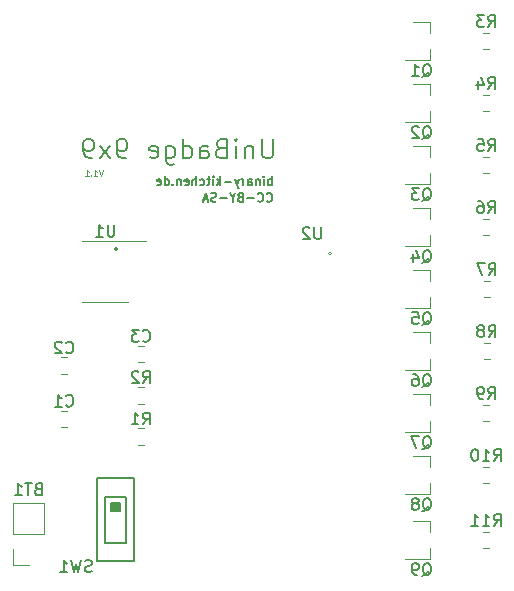
<source format=gbr>
%TF.GenerationSoftware,KiCad,Pcbnew,5.1.6*%
%TF.CreationDate,2020-08-15T15:01:39+02:00*%
%TF.ProjectId,UniBadge-9x9,556e6942-6164-4676-952d-3978392e6b69,rev?*%
%TF.SameCoordinates,Original*%
%TF.FileFunction,Legend,Bot*%
%TF.FilePolarity,Positive*%
%FSLAX46Y46*%
G04 Gerber Fmt 4.6, Leading zero omitted, Abs format (unit mm)*
G04 Created by KiCad (PCBNEW 5.1.6) date 2020-08-15 15:01:39*
%MOMM*%
%LPD*%
G01*
G04 APERTURE LIST*
%ADD10C,0.150000*%
%ADD11C,0.140000*%
%ADD12C,0.110000*%
%ADD13C,0.187500*%
%ADD14C,0.100000*%
%ADD15C,0.120000*%
G04 APERTURE END LIST*
D10*
X9541421Y-21600000D02*
G75*
G03*
X9541421Y-21600000I-141421J0D01*
G01*
D11*
X22153857Y-17539857D02*
X22189571Y-17575571D01*
X22296714Y-17611285D01*
X22368142Y-17611285D01*
X22475285Y-17575571D01*
X22546714Y-17504142D01*
X22582428Y-17432714D01*
X22618142Y-17289857D01*
X22618142Y-17182714D01*
X22582428Y-17039857D01*
X22546714Y-16968428D01*
X22475285Y-16897000D01*
X22368142Y-16861285D01*
X22296714Y-16861285D01*
X22189571Y-16897000D01*
X22153857Y-16932714D01*
X21403857Y-17539857D02*
X21439571Y-17575571D01*
X21546714Y-17611285D01*
X21618142Y-17611285D01*
X21725285Y-17575571D01*
X21796714Y-17504142D01*
X21832428Y-17432714D01*
X21868142Y-17289857D01*
X21868142Y-17182714D01*
X21832428Y-17039857D01*
X21796714Y-16968428D01*
X21725285Y-16897000D01*
X21618142Y-16861285D01*
X21546714Y-16861285D01*
X21439571Y-16897000D01*
X21403857Y-16932714D01*
X21082428Y-17325571D02*
X20511000Y-17325571D01*
X19903857Y-17218428D02*
X19796714Y-17254142D01*
X19761000Y-17289857D01*
X19725285Y-17361285D01*
X19725285Y-17468428D01*
X19761000Y-17539857D01*
X19796714Y-17575571D01*
X19868142Y-17611285D01*
X20153857Y-17611285D01*
X20153857Y-16861285D01*
X19903857Y-16861285D01*
X19832428Y-16897000D01*
X19796714Y-16932714D01*
X19761000Y-17004142D01*
X19761000Y-17075571D01*
X19796714Y-17147000D01*
X19832428Y-17182714D01*
X19903857Y-17218428D01*
X20153857Y-17218428D01*
X19261000Y-17254142D02*
X19261000Y-17611285D01*
X19511000Y-16861285D02*
X19261000Y-17254142D01*
X19011000Y-16861285D01*
X18761000Y-17325571D02*
X18189571Y-17325571D01*
X17868142Y-17575571D02*
X17761000Y-17611285D01*
X17582428Y-17611285D01*
X17511000Y-17575571D01*
X17475285Y-17539857D01*
X17439571Y-17468428D01*
X17439571Y-17397000D01*
X17475285Y-17325571D01*
X17511000Y-17289857D01*
X17582428Y-17254142D01*
X17725285Y-17218428D01*
X17796714Y-17182714D01*
X17832428Y-17147000D01*
X17868142Y-17075571D01*
X17868142Y-17004142D01*
X17832428Y-16932714D01*
X17796714Y-16897000D01*
X17725285Y-16861285D01*
X17546714Y-16861285D01*
X17439571Y-16897000D01*
X17153857Y-17397000D02*
X16796714Y-17397000D01*
X17225285Y-17611285D02*
X16975285Y-16861285D01*
X16725285Y-17611285D01*
X22582428Y-16214285D02*
X22582428Y-15464285D01*
X22582428Y-15750000D02*
X22511000Y-15714285D01*
X22368142Y-15714285D01*
X22296714Y-15750000D01*
X22261000Y-15785714D01*
X22225285Y-15857142D01*
X22225285Y-16071428D01*
X22261000Y-16142857D01*
X22296714Y-16178571D01*
X22368142Y-16214285D01*
X22511000Y-16214285D01*
X22582428Y-16178571D01*
X21903857Y-16214285D02*
X21903857Y-15714285D01*
X21903857Y-15464285D02*
X21939571Y-15500000D01*
X21903857Y-15535714D01*
X21868142Y-15500000D01*
X21903857Y-15464285D01*
X21903857Y-15535714D01*
X21546714Y-15714285D02*
X21546714Y-16214285D01*
X21546714Y-15785714D02*
X21511000Y-15750000D01*
X21439571Y-15714285D01*
X21332428Y-15714285D01*
X21261000Y-15750000D01*
X21225285Y-15821428D01*
X21225285Y-16214285D01*
X20546714Y-16214285D02*
X20546714Y-15821428D01*
X20582428Y-15750000D01*
X20653857Y-15714285D01*
X20796714Y-15714285D01*
X20868142Y-15750000D01*
X20546714Y-16178571D02*
X20618142Y-16214285D01*
X20796714Y-16214285D01*
X20868142Y-16178571D01*
X20903857Y-16107142D01*
X20903857Y-16035714D01*
X20868142Y-15964285D01*
X20796714Y-15928571D01*
X20618142Y-15928571D01*
X20546714Y-15892857D01*
X20189571Y-16214285D02*
X20189571Y-15714285D01*
X20189571Y-15857142D02*
X20153857Y-15785714D01*
X20118142Y-15750000D01*
X20046714Y-15714285D01*
X19975285Y-15714285D01*
X19796714Y-15714285D02*
X19618142Y-16214285D01*
X19439571Y-15714285D02*
X19618142Y-16214285D01*
X19689571Y-16392857D01*
X19725285Y-16428571D01*
X19796714Y-16464285D01*
X19153857Y-15928571D02*
X18582428Y-15928571D01*
X18225285Y-16214285D02*
X18225285Y-15464285D01*
X18153857Y-15928571D02*
X17939571Y-16214285D01*
X17939571Y-15714285D02*
X18225285Y-16000000D01*
X17618142Y-16214285D02*
X17618142Y-15714285D01*
X17618142Y-15464285D02*
X17653857Y-15500000D01*
X17618142Y-15535714D01*
X17582428Y-15500000D01*
X17618142Y-15464285D01*
X17618142Y-15535714D01*
X17368142Y-15714285D02*
X17082428Y-15714285D01*
X17261000Y-15464285D02*
X17261000Y-16107142D01*
X17225285Y-16178571D01*
X17153857Y-16214285D01*
X17082428Y-16214285D01*
X16511000Y-16178571D02*
X16582428Y-16214285D01*
X16725285Y-16214285D01*
X16796714Y-16178571D01*
X16832428Y-16142857D01*
X16868142Y-16071428D01*
X16868142Y-15857142D01*
X16832428Y-15785714D01*
X16796714Y-15750000D01*
X16725285Y-15714285D01*
X16582428Y-15714285D01*
X16511000Y-15750000D01*
X16189571Y-16214285D02*
X16189571Y-15464285D01*
X15868142Y-16214285D02*
X15868142Y-15821428D01*
X15903857Y-15750000D01*
X15975285Y-15714285D01*
X16082428Y-15714285D01*
X16153857Y-15750000D01*
X16189571Y-15785714D01*
X15225285Y-16178571D02*
X15296714Y-16214285D01*
X15439571Y-16214285D01*
X15511000Y-16178571D01*
X15546714Y-16107142D01*
X15546714Y-15821428D01*
X15511000Y-15750000D01*
X15439571Y-15714285D01*
X15296714Y-15714285D01*
X15225285Y-15750000D01*
X15189571Y-15821428D01*
X15189571Y-15892857D01*
X15546714Y-15964285D01*
X14868142Y-15714285D02*
X14868142Y-16214285D01*
X14868142Y-15785714D02*
X14832428Y-15750000D01*
X14761000Y-15714285D01*
X14653857Y-15714285D01*
X14582428Y-15750000D01*
X14546714Y-15821428D01*
X14546714Y-16214285D01*
X14189571Y-16142857D02*
X14153857Y-16178571D01*
X14189571Y-16214285D01*
X14225285Y-16178571D01*
X14189571Y-16142857D01*
X14189571Y-16214285D01*
X13511000Y-16214285D02*
X13511000Y-15464285D01*
X13511000Y-16178571D02*
X13582428Y-16214285D01*
X13725285Y-16214285D01*
X13796714Y-16178571D01*
X13832428Y-16142857D01*
X13868142Y-16071428D01*
X13868142Y-15857142D01*
X13832428Y-15785714D01*
X13796714Y-15750000D01*
X13725285Y-15714285D01*
X13582428Y-15714285D01*
X13511000Y-15750000D01*
X12868142Y-16178571D02*
X12939571Y-16214285D01*
X13082428Y-16214285D01*
X13153857Y-16178571D01*
X13189571Y-16107142D01*
X13189571Y-15821428D01*
X13153857Y-15750000D01*
X13082428Y-15714285D01*
X12939571Y-15714285D01*
X12868142Y-15750000D01*
X12832428Y-15821428D01*
X12832428Y-15892857D01*
X13189571Y-15964285D01*
D12*
X8261904Y-14926190D02*
X8095238Y-15426190D01*
X7928571Y-14926190D01*
X7500000Y-15426190D02*
X7785714Y-15426190D01*
X7642857Y-15426190D02*
X7642857Y-14926190D01*
X7690476Y-14997619D01*
X7738095Y-15045238D01*
X7785714Y-15069047D01*
X7285714Y-15378571D02*
X7261904Y-15402380D01*
X7285714Y-15426190D01*
X7309523Y-15402380D01*
X7285714Y-15378571D01*
X7285714Y-15426190D01*
X6785714Y-15426190D02*
X7071428Y-15426190D01*
X6928571Y-15426190D02*
X6928571Y-14926190D01*
X6976190Y-14997619D01*
X7023809Y-15045238D01*
X7071428Y-15069047D01*
D13*
X22697172Y-12331809D02*
X22697172Y-13627047D01*
X22620982Y-13779428D01*
X22544791Y-13855619D01*
X22392410Y-13931809D01*
X22087648Y-13931809D01*
X21935267Y-13855619D01*
X21859077Y-13779428D01*
X21782886Y-13627047D01*
X21782886Y-12331809D01*
X21020982Y-12865142D02*
X21020982Y-13931809D01*
X21020982Y-13017523D02*
X20944791Y-12941333D01*
X20792410Y-12865142D01*
X20563839Y-12865142D01*
X20411458Y-12941333D01*
X20335267Y-13093714D01*
X20335267Y-13931809D01*
X19573363Y-13931809D02*
X19573363Y-12865142D01*
X19573363Y-12331809D02*
X19649553Y-12408000D01*
X19573363Y-12484190D01*
X19497172Y-12408000D01*
X19573363Y-12331809D01*
X19573363Y-12484190D01*
X18278125Y-13093714D02*
X18049553Y-13169904D01*
X17973363Y-13246095D01*
X17897172Y-13398476D01*
X17897172Y-13627047D01*
X17973363Y-13779428D01*
X18049553Y-13855619D01*
X18201934Y-13931809D01*
X18811458Y-13931809D01*
X18811458Y-12331809D01*
X18278125Y-12331809D01*
X18125744Y-12408000D01*
X18049553Y-12484190D01*
X17973363Y-12636571D01*
X17973363Y-12788952D01*
X18049553Y-12941333D01*
X18125744Y-13017523D01*
X18278125Y-13093714D01*
X18811458Y-13093714D01*
X16525744Y-13931809D02*
X16525744Y-13093714D01*
X16601934Y-12941333D01*
X16754315Y-12865142D01*
X17059077Y-12865142D01*
X17211458Y-12941333D01*
X16525744Y-13855619D02*
X16678125Y-13931809D01*
X17059077Y-13931809D01*
X17211458Y-13855619D01*
X17287648Y-13703238D01*
X17287648Y-13550857D01*
X17211458Y-13398476D01*
X17059077Y-13322285D01*
X16678125Y-13322285D01*
X16525744Y-13246095D01*
X15078125Y-13931809D02*
X15078125Y-12331809D01*
X15078125Y-13855619D02*
X15230505Y-13931809D01*
X15535267Y-13931809D01*
X15687648Y-13855619D01*
X15763839Y-13779428D01*
X15840029Y-13627047D01*
X15840029Y-13169904D01*
X15763839Y-13017523D01*
X15687648Y-12941333D01*
X15535267Y-12865142D01*
X15230505Y-12865142D01*
X15078125Y-12941333D01*
X13630505Y-12865142D02*
X13630505Y-14160380D01*
X13706696Y-14312761D01*
X13782886Y-14388952D01*
X13935267Y-14465142D01*
X14163839Y-14465142D01*
X14316220Y-14388952D01*
X13630505Y-13855619D02*
X13782886Y-13931809D01*
X14087648Y-13931809D01*
X14240029Y-13855619D01*
X14316220Y-13779428D01*
X14392410Y-13627047D01*
X14392410Y-13169904D01*
X14316220Y-13017523D01*
X14240029Y-12941333D01*
X14087648Y-12865142D01*
X13782886Y-12865142D01*
X13630505Y-12941333D01*
X12259077Y-13855619D02*
X12411458Y-13931809D01*
X12716220Y-13931809D01*
X12868601Y-13855619D01*
X12944791Y-13703238D01*
X12944791Y-13093714D01*
X12868601Y-12941333D01*
X12716220Y-12865142D01*
X12411458Y-12865142D01*
X12259077Y-12941333D01*
X12182886Y-13093714D01*
X12182886Y-13246095D01*
X12944791Y-13398476D01*
X10201934Y-13931809D02*
X9897172Y-13931809D01*
X9744791Y-13855619D01*
X9668601Y-13779428D01*
X9516220Y-13550857D01*
X9440029Y-13246095D01*
X9440029Y-12636571D01*
X9516220Y-12484190D01*
X9592410Y-12408000D01*
X9744791Y-12331809D01*
X10049553Y-12331809D01*
X10201934Y-12408000D01*
X10278125Y-12484190D01*
X10354315Y-12636571D01*
X10354315Y-13017523D01*
X10278125Y-13169904D01*
X10201934Y-13246095D01*
X10049553Y-13322285D01*
X9744791Y-13322285D01*
X9592410Y-13246095D01*
X9516220Y-13169904D01*
X9440029Y-13017523D01*
X8906696Y-13931809D02*
X8068601Y-12865142D01*
X8906696Y-12865142D02*
X8068601Y-13931809D01*
X7382886Y-13931809D02*
X7078125Y-13931809D01*
X6925744Y-13855619D01*
X6849553Y-13779428D01*
X6697172Y-13550857D01*
X6620982Y-13246095D01*
X6620982Y-12636571D01*
X6697172Y-12484190D01*
X6773363Y-12408000D01*
X6925744Y-12331809D01*
X7230505Y-12331809D01*
X7382886Y-12408000D01*
X7459077Y-12484190D01*
X7535267Y-12636571D01*
X7535267Y-13017523D01*
X7459077Y-13169904D01*
X7382886Y-13246095D01*
X7230505Y-13322285D01*
X6925744Y-13322285D01*
X6773363Y-13246095D01*
X6697172Y-13169904D01*
X6620982Y-13017523D01*
D14*
%TO.C,U2*%
X27641421Y-22000000D02*
G75*
G03*
X27641421Y-22000000I-141421J0D01*
G01*
D15*
%TO.C,U1*%
X8500000Y-26060000D02*
X6550000Y-26060000D01*
X8500000Y-26060000D02*
X10450000Y-26060000D01*
X8500000Y-20940000D02*
X6550000Y-20940000D01*
X8500000Y-20940000D02*
X11950000Y-20940000D01*
D10*
%TO.C,SW1*%
X10900000Y-41000000D02*
X7800000Y-41000000D01*
X7800000Y-41000000D02*
X7800000Y-48000000D01*
X7800000Y-48000000D02*
X10900000Y-48000000D01*
X10900000Y-48000000D02*
X10900000Y-41000000D01*
X8500000Y-42600000D02*
X10200000Y-42600000D01*
X10200000Y-42600000D02*
X10200000Y-46500000D01*
X10200000Y-46500000D02*
X8500000Y-46500000D01*
X8500000Y-46500000D02*
X8500000Y-42600000D01*
X9000000Y-43100000D02*
X9700000Y-43100000D01*
X9700000Y-43100000D02*
X9700000Y-43800000D01*
X9700000Y-43800000D02*
X9000000Y-43800000D01*
X9000000Y-43800000D02*
X9000000Y-43100000D01*
G36*
X9000000Y-43100000D02*
G01*
X9000000Y-43800000D01*
X9700000Y-43800000D01*
X9700000Y-43100000D01*
X9000000Y-43100000D01*
G37*
X9000000Y-43100000D02*
X9000000Y-43800000D01*
X9700000Y-43800000D01*
X9700000Y-43100000D01*
X9000000Y-43100000D01*
D15*
%TO.C,R11*%
X41011252Y-45540000D02*
X40488748Y-45540000D01*
X41011252Y-46960000D02*
X40488748Y-46960000D01*
%TO.C,R10*%
X41011252Y-40040000D02*
X40488748Y-40040000D01*
X41011252Y-41460000D02*
X40488748Y-41460000D01*
%TO.C,R9*%
X41011252Y-34790000D02*
X40488748Y-34790000D01*
X41011252Y-36210000D02*
X40488748Y-36210000D01*
%TO.C,R8*%
X41036252Y-29540000D02*
X40513748Y-29540000D01*
X41036252Y-30960000D02*
X40513748Y-30960000D01*
%TO.C,R7*%
X41036252Y-24290000D02*
X40513748Y-24290000D01*
X41036252Y-25710000D02*
X40513748Y-25710000D01*
%TO.C,R6*%
X41011252Y-19040000D02*
X40488748Y-19040000D01*
X41011252Y-20460000D02*
X40488748Y-20460000D01*
%TO.C,R5*%
X41011252Y-13790000D02*
X40488748Y-13790000D01*
X41011252Y-15210000D02*
X40488748Y-15210000D01*
%TO.C,R4*%
X40986252Y-8540000D02*
X40463748Y-8540000D01*
X40986252Y-9960000D02*
X40463748Y-9960000D01*
%TO.C,R3*%
X41011252Y-3290000D02*
X40488748Y-3290000D01*
X41011252Y-4710000D02*
X40488748Y-4710000D01*
%TO.C,R2*%
X11238748Y-34710000D02*
X11761252Y-34710000D01*
X11238748Y-33290000D02*
X11761252Y-33290000D01*
%TO.C,R1*%
X11761252Y-36790000D02*
X11238748Y-36790000D01*
X11761252Y-38210000D02*
X11238748Y-38210000D01*
%TO.C,Q9*%
X36010000Y-44670000D02*
X36010000Y-45600000D01*
X36010000Y-47830000D02*
X36010000Y-46900000D01*
X36010000Y-47830000D02*
X33850000Y-47830000D01*
X36010000Y-44670000D02*
X34550000Y-44670000D01*
%TO.C,Q8*%
X36010000Y-39170000D02*
X36010000Y-40100000D01*
X36010000Y-42330000D02*
X36010000Y-41400000D01*
X36010000Y-42330000D02*
X33850000Y-42330000D01*
X36010000Y-39170000D02*
X34550000Y-39170000D01*
%TO.C,Q7*%
X36010000Y-33920000D02*
X36010000Y-34850000D01*
X36010000Y-37080000D02*
X36010000Y-36150000D01*
X36010000Y-37080000D02*
X33850000Y-37080000D01*
X36010000Y-33920000D02*
X34550000Y-33920000D01*
%TO.C,Q6*%
X36010000Y-28670000D02*
X36010000Y-29600000D01*
X36010000Y-31830000D02*
X36010000Y-30900000D01*
X36010000Y-31830000D02*
X33850000Y-31830000D01*
X36010000Y-28670000D02*
X34550000Y-28670000D01*
%TO.C,Q5*%
X36010000Y-23420000D02*
X36010000Y-24350000D01*
X36010000Y-26580000D02*
X36010000Y-25650000D01*
X36010000Y-26580000D02*
X33850000Y-26580000D01*
X36010000Y-23420000D02*
X34550000Y-23420000D01*
%TO.C,Q4*%
X36010000Y-18170000D02*
X36010000Y-19100000D01*
X36010000Y-21330000D02*
X36010000Y-20400000D01*
X36010000Y-21330000D02*
X33850000Y-21330000D01*
X36010000Y-18170000D02*
X34550000Y-18170000D01*
%TO.C,Q3*%
X36010000Y-12920000D02*
X36010000Y-13850000D01*
X36010000Y-16080000D02*
X36010000Y-15150000D01*
X36010000Y-16080000D02*
X33850000Y-16080000D01*
X36010000Y-12920000D02*
X34550000Y-12920000D01*
%TO.C,Q2*%
X36010000Y-7670000D02*
X36010000Y-8600000D01*
X36010000Y-10830000D02*
X36010000Y-9900000D01*
X36010000Y-10830000D02*
X33850000Y-10830000D01*
X36010000Y-7670000D02*
X34550000Y-7670000D01*
%TO.C,Q1*%
X36010000Y-2420000D02*
X36010000Y-3350000D01*
X36010000Y-5580000D02*
X36010000Y-4650000D01*
X36010000Y-5580000D02*
X33850000Y-5580000D01*
X36010000Y-2420000D02*
X34550000Y-2420000D01*
%TO.C,C3*%
X11238748Y-31210000D02*
X11761252Y-31210000D01*
X11238748Y-29790000D02*
X11761252Y-29790000D01*
%TO.C,C2*%
X5261252Y-30790000D02*
X4738748Y-30790000D01*
X5261252Y-32210000D02*
X4738748Y-32210000D01*
%TO.C,C1*%
X4738748Y-36710000D02*
X5261252Y-36710000D01*
X4738748Y-35290000D02*
X5261252Y-35290000D01*
%TO.C,BT1*%
X670000Y-43130000D02*
X3330000Y-43130000D01*
X670000Y-45730000D02*
X670000Y-43130000D01*
X3330000Y-45730000D02*
X3330000Y-43130000D01*
X670000Y-45730000D02*
X3330000Y-45730000D01*
X670000Y-47000000D02*
X670000Y-48330000D01*
X670000Y-48330000D02*
X2000000Y-48330000D01*
%TO.C,U2*%
D10*
X26761904Y-19752380D02*
X26761904Y-20561904D01*
X26714285Y-20657142D01*
X26666666Y-20704761D01*
X26571428Y-20752380D01*
X26380952Y-20752380D01*
X26285714Y-20704761D01*
X26238095Y-20657142D01*
X26190476Y-20561904D01*
X26190476Y-19752380D01*
X25761904Y-19847619D02*
X25714285Y-19800000D01*
X25619047Y-19752380D01*
X25380952Y-19752380D01*
X25285714Y-19800000D01*
X25238095Y-19847619D01*
X25190476Y-19942857D01*
X25190476Y-20038095D01*
X25238095Y-20180952D01*
X25809523Y-20752380D01*
X25190476Y-20752380D01*
%TO.C,U1*%
X9261904Y-19552380D02*
X9261904Y-20361904D01*
X9214285Y-20457142D01*
X9166666Y-20504761D01*
X9071428Y-20552380D01*
X8880952Y-20552380D01*
X8785714Y-20504761D01*
X8738095Y-20457142D01*
X8690476Y-20361904D01*
X8690476Y-19552380D01*
X7690476Y-20552380D02*
X8261904Y-20552380D01*
X7976190Y-20552380D02*
X7976190Y-19552380D01*
X8071428Y-19695238D01*
X8166666Y-19790476D01*
X8261904Y-19838095D01*
%TO.C,SW1*%
X7333333Y-48904761D02*
X7190476Y-48952380D01*
X6952380Y-48952380D01*
X6857142Y-48904761D01*
X6809523Y-48857142D01*
X6761904Y-48761904D01*
X6761904Y-48666666D01*
X6809523Y-48571428D01*
X6857142Y-48523809D01*
X6952380Y-48476190D01*
X7142857Y-48428571D01*
X7238095Y-48380952D01*
X7285714Y-48333333D01*
X7333333Y-48238095D01*
X7333333Y-48142857D01*
X7285714Y-48047619D01*
X7238095Y-48000000D01*
X7142857Y-47952380D01*
X6904761Y-47952380D01*
X6761904Y-48000000D01*
X6428571Y-47952380D02*
X6190476Y-48952380D01*
X6000000Y-48238095D01*
X5809523Y-48952380D01*
X5571428Y-47952380D01*
X4666666Y-48952380D02*
X5238095Y-48952380D01*
X4952380Y-48952380D02*
X4952380Y-47952380D01*
X5047619Y-48095238D01*
X5142857Y-48190476D01*
X5238095Y-48238095D01*
%TO.C,R11*%
X41392857Y-45052380D02*
X41726190Y-44576190D01*
X41964285Y-45052380D02*
X41964285Y-44052380D01*
X41583333Y-44052380D01*
X41488095Y-44100000D01*
X41440476Y-44147619D01*
X41392857Y-44242857D01*
X41392857Y-44385714D01*
X41440476Y-44480952D01*
X41488095Y-44528571D01*
X41583333Y-44576190D01*
X41964285Y-44576190D01*
X40440476Y-45052380D02*
X41011904Y-45052380D01*
X40726190Y-45052380D02*
X40726190Y-44052380D01*
X40821428Y-44195238D01*
X40916666Y-44290476D01*
X41011904Y-44338095D01*
X39488095Y-45052380D02*
X40059523Y-45052380D01*
X39773809Y-45052380D02*
X39773809Y-44052380D01*
X39869047Y-44195238D01*
X39964285Y-44290476D01*
X40059523Y-44338095D01*
%TO.C,R10*%
X41392857Y-39552380D02*
X41726190Y-39076190D01*
X41964285Y-39552380D02*
X41964285Y-38552380D01*
X41583333Y-38552380D01*
X41488095Y-38600000D01*
X41440476Y-38647619D01*
X41392857Y-38742857D01*
X41392857Y-38885714D01*
X41440476Y-38980952D01*
X41488095Y-39028571D01*
X41583333Y-39076190D01*
X41964285Y-39076190D01*
X40440476Y-39552380D02*
X41011904Y-39552380D01*
X40726190Y-39552380D02*
X40726190Y-38552380D01*
X40821428Y-38695238D01*
X40916666Y-38790476D01*
X41011904Y-38838095D01*
X39821428Y-38552380D02*
X39726190Y-38552380D01*
X39630952Y-38600000D01*
X39583333Y-38647619D01*
X39535714Y-38742857D01*
X39488095Y-38933333D01*
X39488095Y-39171428D01*
X39535714Y-39361904D01*
X39583333Y-39457142D01*
X39630952Y-39504761D01*
X39726190Y-39552380D01*
X39821428Y-39552380D01*
X39916666Y-39504761D01*
X39964285Y-39457142D01*
X40011904Y-39361904D01*
X40059523Y-39171428D01*
X40059523Y-38933333D01*
X40011904Y-38742857D01*
X39964285Y-38647619D01*
X39916666Y-38600000D01*
X39821428Y-38552380D01*
%TO.C,R9*%
X40916666Y-34302380D02*
X41250000Y-33826190D01*
X41488095Y-34302380D02*
X41488095Y-33302380D01*
X41107142Y-33302380D01*
X41011904Y-33350000D01*
X40964285Y-33397619D01*
X40916666Y-33492857D01*
X40916666Y-33635714D01*
X40964285Y-33730952D01*
X41011904Y-33778571D01*
X41107142Y-33826190D01*
X41488095Y-33826190D01*
X40440476Y-34302380D02*
X40250000Y-34302380D01*
X40154761Y-34254761D01*
X40107142Y-34207142D01*
X40011904Y-34064285D01*
X39964285Y-33873809D01*
X39964285Y-33492857D01*
X40011904Y-33397619D01*
X40059523Y-33350000D01*
X40154761Y-33302380D01*
X40345238Y-33302380D01*
X40440476Y-33350000D01*
X40488095Y-33397619D01*
X40535714Y-33492857D01*
X40535714Y-33730952D01*
X40488095Y-33826190D01*
X40440476Y-33873809D01*
X40345238Y-33921428D01*
X40154761Y-33921428D01*
X40059523Y-33873809D01*
X40011904Y-33826190D01*
X39964285Y-33730952D01*
%TO.C,R8*%
X40941666Y-29052380D02*
X41275000Y-28576190D01*
X41513095Y-29052380D02*
X41513095Y-28052380D01*
X41132142Y-28052380D01*
X41036904Y-28100000D01*
X40989285Y-28147619D01*
X40941666Y-28242857D01*
X40941666Y-28385714D01*
X40989285Y-28480952D01*
X41036904Y-28528571D01*
X41132142Y-28576190D01*
X41513095Y-28576190D01*
X40370238Y-28480952D02*
X40465476Y-28433333D01*
X40513095Y-28385714D01*
X40560714Y-28290476D01*
X40560714Y-28242857D01*
X40513095Y-28147619D01*
X40465476Y-28100000D01*
X40370238Y-28052380D01*
X40179761Y-28052380D01*
X40084523Y-28100000D01*
X40036904Y-28147619D01*
X39989285Y-28242857D01*
X39989285Y-28290476D01*
X40036904Y-28385714D01*
X40084523Y-28433333D01*
X40179761Y-28480952D01*
X40370238Y-28480952D01*
X40465476Y-28528571D01*
X40513095Y-28576190D01*
X40560714Y-28671428D01*
X40560714Y-28861904D01*
X40513095Y-28957142D01*
X40465476Y-29004761D01*
X40370238Y-29052380D01*
X40179761Y-29052380D01*
X40084523Y-29004761D01*
X40036904Y-28957142D01*
X39989285Y-28861904D01*
X39989285Y-28671428D01*
X40036904Y-28576190D01*
X40084523Y-28528571D01*
X40179761Y-28480952D01*
%TO.C,R7*%
X40941666Y-23802380D02*
X41275000Y-23326190D01*
X41513095Y-23802380D02*
X41513095Y-22802380D01*
X41132142Y-22802380D01*
X41036904Y-22850000D01*
X40989285Y-22897619D01*
X40941666Y-22992857D01*
X40941666Y-23135714D01*
X40989285Y-23230952D01*
X41036904Y-23278571D01*
X41132142Y-23326190D01*
X41513095Y-23326190D01*
X40608333Y-22802380D02*
X39941666Y-22802380D01*
X40370238Y-23802380D01*
%TO.C,R6*%
X40916666Y-18552380D02*
X41250000Y-18076190D01*
X41488095Y-18552380D02*
X41488095Y-17552380D01*
X41107142Y-17552380D01*
X41011904Y-17600000D01*
X40964285Y-17647619D01*
X40916666Y-17742857D01*
X40916666Y-17885714D01*
X40964285Y-17980952D01*
X41011904Y-18028571D01*
X41107142Y-18076190D01*
X41488095Y-18076190D01*
X40059523Y-17552380D02*
X40250000Y-17552380D01*
X40345238Y-17600000D01*
X40392857Y-17647619D01*
X40488095Y-17790476D01*
X40535714Y-17980952D01*
X40535714Y-18361904D01*
X40488095Y-18457142D01*
X40440476Y-18504761D01*
X40345238Y-18552380D01*
X40154761Y-18552380D01*
X40059523Y-18504761D01*
X40011904Y-18457142D01*
X39964285Y-18361904D01*
X39964285Y-18123809D01*
X40011904Y-18028571D01*
X40059523Y-17980952D01*
X40154761Y-17933333D01*
X40345238Y-17933333D01*
X40440476Y-17980952D01*
X40488095Y-18028571D01*
X40535714Y-18123809D01*
%TO.C,R5*%
X40916666Y-13302380D02*
X41250000Y-12826190D01*
X41488095Y-13302380D02*
X41488095Y-12302380D01*
X41107142Y-12302380D01*
X41011904Y-12350000D01*
X40964285Y-12397619D01*
X40916666Y-12492857D01*
X40916666Y-12635714D01*
X40964285Y-12730952D01*
X41011904Y-12778571D01*
X41107142Y-12826190D01*
X41488095Y-12826190D01*
X40011904Y-12302380D02*
X40488095Y-12302380D01*
X40535714Y-12778571D01*
X40488095Y-12730952D01*
X40392857Y-12683333D01*
X40154761Y-12683333D01*
X40059523Y-12730952D01*
X40011904Y-12778571D01*
X39964285Y-12873809D01*
X39964285Y-13111904D01*
X40011904Y-13207142D01*
X40059523Y-13254761D01*
X40154761Y-13302380D01*
X40392857Y-13302380D01*
X40488095Y-13254761D01*
X40535714Y-13207142D01*
%TO.C,R4*%
X40891666Y-8052380D02*
X41225000Y-7576190D01*
X41463095Y-8052380D02*
X41463095Y-7052380D01*
X41082142Y-7052380D01*
X40986904Y-7100000D01*
X40939285Y-7147619D01*
X40891666Y-7242857D01*
X40891666Y-7385714D01*
X40939285Y-7480952D01*
X40986904Y-7528571D01*
X41082142Y-7576190D01*
X41463095Y-7576190D01*
X40034523Y-7385714D02*
X40034523Y-8052380D01*
X40272619Y-7004761D02*
X40510714Y-7719047D01*
X39891666Y-7719047D01*
%TO.C,R3*%
X40916666Y-2802380D02*
X41250000Y-2326190D01*
X41488095Y-2802380D02*
X41488095Y-1802380D01*
X41107142Y-1802380D01*
X41011904Y-1850000D01*
X40964285Y-1897619D01*
X40916666Y-1992857D01*
X40916666Y-2135714D01*
X40964285Y-2230952D01*
X41011904Y-2278571D01*
X41107142Y-2326190D01*
X41488095Y-2326190D01*
X40583333Y-1802380D02*
X39964285Y-1802380D01*
X40297619Y-2183333D01*
X40154761Y-2183333D01*
X40059523Y-2230952D01*
X40011904Y-2278571D01*
X39964285Y-2373809D01*
X39964285Y-2611904D01*
X40011904Y-2707142D01*
X40059523Y-2754761D01*
X40154761Y-2802380D01*
X40440476Y-2802380D01*
X40535714Y-2754761D01*
X40583333Y-2707142D01*
%TO.C,R2*%
X11666666Y-32952380D02*
X12000000Y-32476190D01*
X12238095Y-32952380D02*
X12238095Y-31952380D01*
X11857142Y-31952380D01*
X11761904Y-32000000D01*
X11714285Y-32047619D01*
X11666666Y-32142857D01*
X11666666Y-32285714D01*
X11714285Y-32380952D01*
X11761904Y-32428571D01*
X11857142Y-32476190D01*
X12238095Y-32476190D01*
X11285714Y-32047619D02*
X11238095Y-32000000D01*
X11142857Y-31952380D01*
X10904761Y-31952380D01*
X10809523Y-32000000D01*
X10761904Y-32047619D01*
X10714285Y-32142857D01*
X10714285Y-32238095D01*
X10761904Y-32380952D01*
X11333333Y-32952380D01*
X10714285Y-32952380D01*
%TO.C,R1*%
X11666666Y-36452380D02*
X12000000Y-35976190D01*
X12238095Y-36452380D02*
X12238095Y-35452380D01*
X11857142Y-35452380D01*
X11761904Y-35500000D01*
X11714285Y-35547619D01*
X11666666Y-35642857D01*
X11666666Y-35785714D01*
X11714285Y-35880952D01*
X11761904Y-35928571D01*
X11857142Y-35976190D01*
X12238095Y-35976190D01*
X10714285Y-36452380D02*
X11285714Y-36452380D01*
X11000000Y-36452380D02*
X11000000Y-35452380D01*
X11095238Y-35595238D01*
X11190476Y-35690476D01*
X11285714Y-35738095D01*
%TO.C,Q9*%
X35345238Y-49297619D02*
X35440476Y-49250000D01*
X35535714Y-49154761D01*
X35678571Y-49011904D01*
X35773809Y-48964285D01*
X35869047Y-48964285D01*
X35821428Y-49202380D02*
X35916666Y-49154761D01*
X36011904Y-49059523D01*
X36059523Y-48869047D01*
X36059523Y-48535714D01*
X36011904Y-48345238D01*
X35916666Y-48250000D01*
X35821428Y-48202380D01*
X35630952Y-48202380D01*
X35535714Y-48250000D01*
X35440476Y-48345238D01*
X35392857Y-48535714D01*
X35392857Y-48869047D01*
X35440476Y-49059523D01*
X35535714Y-49154761D01*
X35630952Y-49202380D01*
X35821428Y-49202380D01*
X34916666Y-49202380D02*
X34726190Y-49202380D01*
X34630952Y-49154761D01*
X34583333Y-49107142D01*
X34488095Y-48964285D01*
X34440476Y-48773809D01*
X34440476Y-48392857D01*
X34488095Y-48297619D01*
X34535714Y-48250000D01*
X34630952Y-48202380D01*
X34821428Y-48202380D01*
X34916666Y-48250000D01*
X34964285Y-48297619D01*
X35011904Y-48392857D01*
X35011904Y-48630952D01*
X34964285Y-48726190D01*
X34916666Y-48773809D01*
X34821428Y-48821428D01*
X34630952Y-48821428D01*
X34535714Y-48773809D01*
X34488095Y-48726190D01*
X34440476Y-48630952D01*
%TO.C,Q8*%
X35345238Y-43797619D02*
X35440476Y-43750000D01*
X35535714Y-43654761D01*
X35678571Y-43511904D01*
X35773809Y-43464285D01*
X35869047Y-43464285D01*
X35821428Y-43702380D02*
X35916666Y-43654761D01*
X36011904Y-43559523D01*
X36059523Y-43369047D01*
X36059523Y-43035714D01*
X36011904Y-42845238D01*
X35916666Y-42750000D01*
X35821428Y-42702380D01*
X35630952Y-42702380D01*
X35535714Y-42750000D01*
X35440476Y-42845238D01*
X35392857Y-43035714D01*
X35392857Y-43369047D01*
X35440476Y-43559523D01*
X35535714Y-43654761D01*
X35630952Y-43702380D01*
X35821428Y-43702380D01*
X34821428Y-43130952D02*
X34916666Y-43083333D01*
X34964285Y-43035714D01*
X35011904Y-42940476D01*
X35011904Y-42892857D01*
X34964285Y-42797619D01*
X34916666Y-42750000D01*
X34821428Y-42702380D01*
X34630952Y-42702380D01*
X34535714Y-42750000D01*
X34488095Y-42797619D01*
X34440476Y-42892857D01*
X34440476Y-42940476D01*
X34488095Y-43035714D01*
X34535714Y-43083333D01*
X34630952Y-43130952D01*
X34821428Y-43130952D01*
X34916666Y-43178571D01*
X34964285Y-43226190D01*
X35011904Y-43321428D01*
X35011904Y-43511904D01*
X34964285Y-43607142D01*
X34916666Y-43654761D01*
X34821428Y-43702380D01*
X34630952Y-43702380D01*
X34535714Y-43654761D01*
X34488095Y-43607142D01*
X34440476Y-43511904D01*
X34440476Y-43321428D01*
X34488095Y-43226190D01*
X34535714Y-43178571D01*
X34630952Y-43130952D01*
%TO.C,Q7*%
X35345238Y-38547619D02*
X35440476Y-38500000D01*
X35535714Y-38404761D01*
X35678571Y-38261904D01*
X35773809Y-38214285D01*
X35869047Y-38214285D01*
X35821428Y-38452380D02*
X35916666Y-38404761D01*
X36011904Y-38309523D01*
X36059523Y-38119047D01*
X36059523Y-37785714D01*
X36011904Y-37595238D01*
X35916666Y-37500000D01*
X35821428Y-37452380D01*
X35630952Y-37452380D01*
X35535714Y-37500000D01*
X35440476Y-37595238D01*
X35392857Y-37785714D01*
X35392857Y-38119047D01*
X35440476Y-38309523D01*
X35535714Y-38404761D01*
X35630952Y-38452380D01*
X35821428Y-38452380D01*
X35059523Y-37452380D02*
X34392857Y-37452380D01*
X34821428Y-38452380D01*
%TO.C,Q6*%
X35345238Y-33297619D02*
X35440476Y-33250000D01*
X35535714Y-33154761D01*
X35678571Y-33011904D01*
X35773809Y-32964285D01*
X35869047Y-32964285D01*
X35821428Y-33202380D02*
X35916666Y-33154761D01*
X36011904Y-33059523D01*
X36059523Y-32869047D01*
X36059523Y-32535714D01*
X36011904Y-32345238D01*
X35916666Y-32250000D01*
X35821428Y-32202380D01*
X35630952Y-32202380D01*
X35535714Y-32250000D01*
X35440476Y-32345238D01*
X35392857Y-32535714D01*
X35392857Y-32869047D01*
X35440476Y-33059523D01*
X35535714Y-33154761D01*
X35630952Y-33202380D01*
X35821428Y-33202380D01*
X34535714Y-32202380D02*
X34726190Y-32202380D01*
X34821428Y-32250000D01*
X34869047Y-32297619D01*
X34964285Y-32440476D01*
X35011904Y-32630952D01*
X35011904Y-33011904D01*
X34964285Y-33107142D01*
X34916666Y-33154761D01*
X34821428Y-33202380D01*
X34630952Y-33202380D01*
X34535714Y-33154761D01*
X34488095Y-33107142D01*
X34440476Y-33011904D01*
X34440476Y-32773809D01*
X34488095Y-32678571D01*
X34535714Y-32630952D01*
X34630952Y-32583333D01*
X34821428Y-32583333D01*
X34916666Y-32630952D01*
X34964285Y-32678571D01*
X35011904Y-32773809D01*
%TO.C,Q5*%
X35345238Y-28047619D02*
X35440476Y-28000000D01*
X35535714Y-27904761D01*
X35678571Y-27761904D01*
X35773809Y-27714285D01*
X35869047Y-27714285D01*
X35821428Y-27952380D02*
X35916666Y-27904761D01*
X36011904Y-27809523D01*
X36059523Y-27619047D01*
X36059523Y-27285714D01*
X36011904Y-27095238D01*
X35916666Y-27000000D01*
X35821428Y-26952380D01*
X35630952Y-26952380D01*
X35535714Y-27000000D01*
X35440476Y-27095238D01*
X35392857Y-27285714D01*
X35392857Y-27619047D01*
X35440476Y-27809523D01*
X35535714Y-27904761D01*
X35630952Y-27952380D01*
X35821428Y-27952380D01*
X34488095Y-26952380D02*
X34964285Y-26952380D01*
X35011904Y-27428571D01*
X34964285Y-27380952D01*
X34869047Y-27333333D01*
X34630952Y-27333333D01*
X34535714Y-27380952D01*
X34488095Y-27428571D01*
X34440476Y-27523809D01*
X34440476Y-27761904D01*
X34488095Y-27857142D01*
X34535714Y-27904761D01*
X34630952Y-27952380D01*
X34869047Y-27952380D01*
X34964285Y-27904761D01*
X35011904Y-27857142D01*
%TO.C,Q4*%
X35345238Y-22797619D02*
X35440476Y-22750000D01*
X35535714Y-22654761D01*
X35678571Y-22511904D01*
X35773809Y-22464285D01*
X35869047Y-22464285D01*
X35821428Y-22702380D02*
X35916666Y-22654761D01*
X36011904Y-22559523D01*
X36059523Y-22369047D01*
X36059523Y-22035714D01*
X36011904Y-21845238D01*
X35916666Y-21750000D01*
X35821428Y-21702380D01*
X35630952Y-21702380D01*
X35535714Y-21750000D01*
X35440476Y-21845238D01*
X35392857Y-22035714D01*
X35392857Y-22369047D01*
X35440476Y-22559523D01*
X35535714Y-22654761D01*
X35630952Y-22702380D01*
X35821428Y-22702380D01*
X34535714Y-22035714D02*
X34535714Y-22702380D01*
X34773809Y-21654761D02*
X35011904Y-22369047D01*
X34392857Y-22369047D01*
%TO.C,Q3*%
X35345238Y-17547619D02*
X35440476Y-17500000D01*
X35535714Y-17404761D01*
X35678571Y-17261904D01*
X35773809Y-17214285D01*
X35869047Y-17214285D01*
X35821428Y-17452380D02*
X35916666Y-17404761D01*
X36011904Y-17309523D01*
X36059523Y-17119047D01*
X36059523Y-16785714D01*
X36011904Y-16595238D01*
X35916666Y-16500000D01*
X35821428Y-16452380D01*
X35630952Y-16452380D01*
X35535714Y-16500000D01*
X35440476Y-16595238D01*
X35392857Y-16785714D01*
X35392857Y-17119047D01*
X35440476Y-17309523D01*
X35535714Y-17404761D01*
X35630952Y-17452380D01*
X35821428Y-17452380D01*
X35059523Y-16452380D02*
X34440476Y-16452380D01*
X34773809Y-16833333D01*
X34630952Y-16833333D01*
X34535714Y-16880952D01*
X34488095Y-16928571D01*
X34440476Y-17023809D01*
X34440476Y-17261904D01*
X34488095Y-17357142D01*
X34535714Y-17404761D01*
X34630952Y-17452380D01*
X34916666Y-17452380D01*
X35011904Y-17404761D01*
X35059523Y-17357142D01*
%TO.C,Q2*%
X35345238Y-12297619D02*
X35440476Y-12250000D01*
X35535714Y-12154761D01*
X35678571Y-12011904D01*
X35773809Y-11964285D01*
X35869047Y-11964285D01*
X35821428Y-12202380D02*
X35916666Y-12154761D01*
X36011904Y-12059523D01*
X36059523Y-11869047D01*
X36059523Y-11535714D01*
X36011904Y-11345238D01*
X35916666Y-11250000D01*
X35821428Y-11202380D01*
X35630952Y-11202380D01*
X35535714Y-11250000D01*
X35440476Y-11345238D01*
X35392857Y-11535714D01*
X35392857Y-11869047D01*
X35440476Y-12059523D01*
X35535714Y-12154761D01*
X35630952Y-12202380D01*
X35821428Y-12202380D01*
X35011904Y-11297619D02*
X34964285Y-11250000D01*
X34869047Y-11202380D01*
X34630952Y-11202380D01*
X34535714Y-11250000D01*
X34488095Y-11297619D01*
X34440476Y-11392857D01*
X34440476Y-11488095D01*
X34488095Y-11630952D01*
X35059523Y-12202380D01*
X34440476Y-12202380D01*
%TO.C,Q1*%
X35345238Y-7047619D02*
X35440476Y-7000000D01*
X35535714Y-6904761D01*
X35678571Y-6761904D01*
X35773809Y-6714285D01*
X35869047Y-6714285D01*
X35821428Y-6952380D02*
X35916666Y-6904761D01*
X36011904Y-6809523D01*
X36059523Y-6619047D01*
X36059523Y-6285714D01*
X36011904Y-6095238D01*
X35916666Y-6000000D01*
X35821428Y-5952380D01*
X35630952Y-5952380D01*
X35535714Y-6000000D01*
X35440476Y-6095238D01*
X35392857Y-6285714D01*
X35392857Y-6619047D01*
X35440476Y-6809523D01*
X35535714Y-6904761D01*
X35630952Y-6952380D01*
X35821428Y-6952380D01*
X34440476Y-6952380D02*
X35011904Y-6952380D01*
X34726190Y-6952380D02*
X34726190Y-5952380D01*
X34821428Y-6095238D01*
X34916666Y-6190476D01*
X35011904Y-6238095D01*
%TO.C,C3*%
X11666666Y-29357142D02*
X11714285Y-29404761D01*
X11857142Y-29452380D01*
X11952380Y-29452380D01*
X12095238Y-29404761D01*
X12190476Y-29309523D01*
X12238095Y-29214285D01*
X12285714Y-29023809D01*
X12285714Y-28880952D01*
X12238095Y-28690476D01*
X12190476Y-28595238D01*
X12095238Y-28500000D01*
X11952380Y-28452380D01*
X11857142Y-28452380D01*
X11714285Y-28500000D01*
X11666666Y-28547619D01*
X11333333Y-28452380D02*
X10714285Y-28452380D01*
X11047619Y-28833333D01*
X10904761Y-28833333D01*
X10809523Y-28880952D01*
X10761904Y-28928571D01*
X10714285Y-29023809D01*
X10714285Y-29261904D01*
X10761904Y-29357142D01*
X10809523Y-29404761D01*
X10904761Y-29452380D01*
X11190476Y-29452380D01*
X11285714Y-29404761D01*
X11333333Y-29357142D01*
%TO.C,C2*%
X5166666Y-30357142D02*
X5214285Y-30404761D01*
X5357142Y-30452380D01*
X5452380Y-30452380D01*
X5595238Y-30404761D01*
X5690476Y-30309523D01*
X5738095Y-30214285D01*
X5785714Y-30023809D01*
X5785714Y-29880952D01*
X5738095Y-29690476D01*
X5690476Y-29595238D01*
X5595238Y-29500000D01*
X5452380Y-29452380D01*
X5357142Y-29452380D01*
X5214285Y-29500000D01*
X5166666Y-29547619D01*
X4785714Y-29547619D02*
X4738095Y-29500000D01*
X4642857Y-29452380D01*
X4404761Y-29452380D01*
X4309523Y-29500000D01*
X4261904Y-29547619D01*
X4214285Y-29642857D01*
X4214285Y-29738095D01*
X4261904Y-29880952D01*
X4833333Y-30452380D01*
X4214285Y-30452380D01*
%TO.C,C1*%
X5166666Y-34857142D02*
X5214285Y-34904761D01*
X5357142Y-34952380D01*
X5452380Y-34952380D01*
X5595238Y-34904761D01*
X5690476Y-34809523D01*
X5738095Y-34714285D01*
X5785714Y-34523809D01*
X5785714Y-34380952D01*
X5738095Y-34190476D01*
X5690476Y-34095238D01*
X5595238Y-34000000D01*
X5452380Y-33952380D01*
X5357142Y-33952380D01*
X5214285Y-34000000D01*
X5166666Y-34047619D01*
X4214285Y-34952380D02*
X4785714Y-34952380D01*
X4500000Y-34952380D02*
X4500000Y-33952380D01*
X4595238Y-34095238D01*
X4690476Y-34190476D01*
X4785714Y-34238095D01*
%TO.C,BT1*%
X2785714Y-41928571D02*
X2642857Y-41976190D01*
X2595238Y-42023809D01*
X2547619Y-42119047D01*
X2547619Y-42261904D01*
X2595238Y-42357142D01*
X2642857Y-42404761D01*
X2738095Y-42452380D01*
X3119047Y-42452380D01*
X3119047Y-41452380D01*
X2785714Y-41452380D01*
X2690476Y-41500000D01*
X2642857Y-41547619D01*
X2595238Y-41642857D01*
X2595238Y-41738095D01*
X2642857Y-41833333D01*
X2690476Y-41880952D01*
X2785714Y-41928571D01*
X3119047Y-41928571D01*
X2261904Y-41452380D02*
X1690476Y-41452380D01*
X1976190Y-42452380D02*
X1976190Y-41452380D01*
X833333Y-42452380D02*
X1404761Y-42452380D01*
X1119047Y-42452380D02*
X1119047Y-41452380D01*
X1214285Y-41595238D01*
X1309523Y-41690476D01*
X1404761Y-41738095D01*
%TD*%
M02*

</source>
